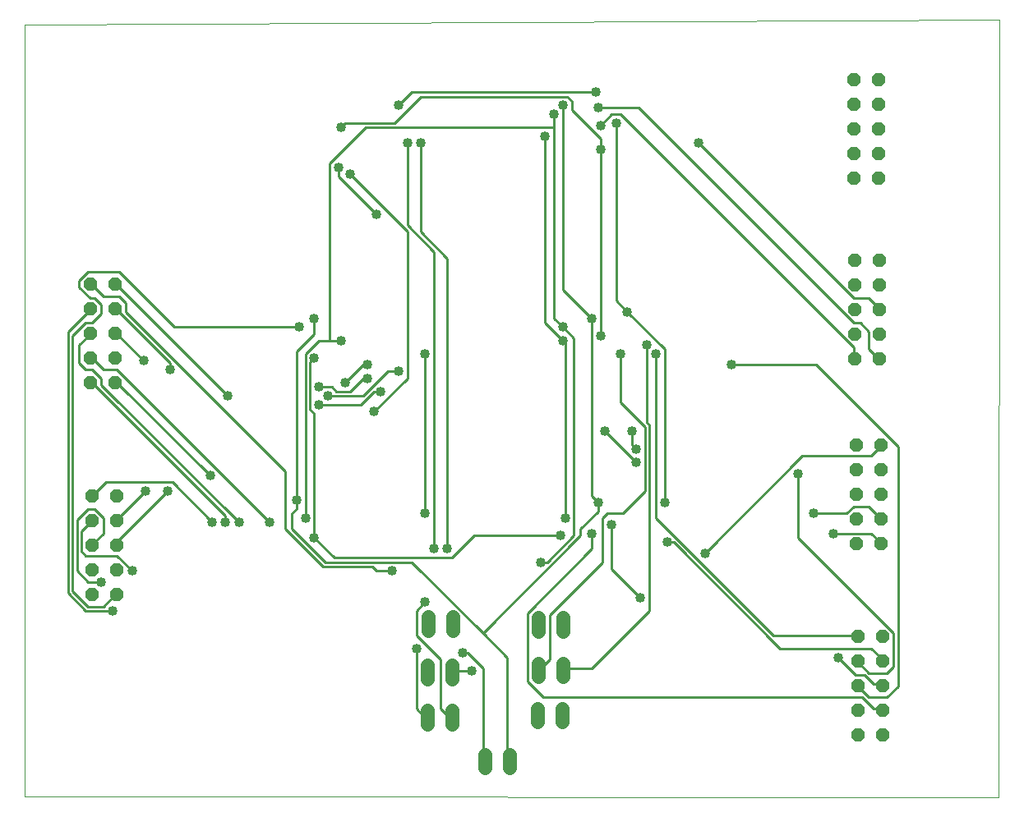
<source format=gbl>
G75*
%MOIN*%
%OFA0B0*%
%FSLAX25Y25*%
%IPPOS*%
%LPD*%
%AMOC8*
5,1,8,0,0,1.08239X$1,22.5*
%
%ADD10C,0.00000*%
%ADD11OC8,0.05600*%
%ADD12C,0.05600*%
%ADD13C,0.01000*%
%ADD14C,0.04000*%
D10*
X0001197Y0001315D02*
X0001000Y0314701D01*
X0396591Y0316827D01*
X0396157Y0001000D01*
X0001197Y0001315D01*
D11*
X0028362Y0083362D03*
X0038362Y0083362D03*
X0038362Y0093362D03*
X0028362Y0093362D03*
X0028362Y0103362D03*
X0038362Y0103362D03*
X0038362Y0113362D03*
X0028362Y0113362D03*
X0028362Y0123362D03*
X0038362Y0123362D03*
X0037811Y0169465D03*
X0037811Y0179465D03*
X0037811Y0189465D03*
X0037811Y0199465D03*
X0037811Y0209465D03*
X0027811Y0209465D03*
X0027811Y0199465D03*
X0027811Y0189465D03*
X0027811Y0179465D03*
X0027811Y0169465D03*
X0337850Y0179268D03*
X0337850Y0189268D03*
X0337850Y0199268D03*
X0337850Y0209268D03*
X0337850Y0219268D03*
X0347850Y0219268D03*
X0347850Y0209268D03*
X0347850Y0199268D03*
X0347850Y0189268D03*
X0347850Y0179268D03*
X0348323Y0144110D03*
X0338323Y0144110D03*
X0338323Y0134110D03*
X0348323Y0134110D03*
X0348323Y0124110D03*
X0338323Y0124110D03*
X0338323Y0114110D03*
X0348323Y0114110D03*
X0348323Y0104110D03*
X0338323Y0104110D03*
X0339031Y0066394D03*
X0349031Y0066394D03*
X0349031Y0056394D03*
X0339031Y0056394D03*
X0339031Y0046394D03*
X0349031Y0046394D03*
X0349031Y0036394D03*
X0339031Y0036394D03*
X0339031Y0026394D03*
X0349031Y0026394D03*
X0347299Y0252417D03*
X0337299Y0252417D03*
X0337299Y0262417D03*
X0347299Y0262417D03*
X0347299Y0272417D03*
X0337299Y0272417D03*
X0337299Y0282417D03*
X0347299Y0282417D03*
X0347299Y0292417D03*
X0337299Y0292417D03*
D12*
X0219465Y0074194D02*
X0219465Y0068594D01*
X0209465Y0068594D02*
X0209465Y0074194D01*
X0209583Y0055572D02*
X0209583Y0049972D01*
X0219583Y0049972D02*
X0219583Y0055572D01*
X0219189Y0037265D02*
X0219189Y0031665D01*
X0209189Y0031665D02*
X0209189Y0037265D01*
X0197693Y0018564D02*
X0197693Y0012964D01*
X0187693Y0012964D02*
X0187693Y0018564D01*
X0174307Y0030720D02*
X0174307Y0036320D01*
X0164307Y0036320D02*
X0164307Y0030720D01*
X0164465Y0049106D02*
X0164465Y0054706D01*
X0174465Y0054706D02*
X0174465Y0049106D01*
X0174622Y0068712D02*
X0174622Y0074312D01*
X0164622Y0074312D02*
X0164622Y0068712D01*
D13*
X0159991Y0066852D02*
X0169891Y0056952D01*
X0169891Y0037152D01*
X0173491Y0033552D01*
X0174307Y0033520D01*
X0164307Y0033520D02*
X0163591Y0033552D01*
X0159991Y0037152D01*
X0159991Y0061452D01*
X0159991Y0066852D02*
X0159991Y0076752D01*
X0163591Y0080352D01*
X0150091Y0092952D02*
X0143791Y0092952D01*
X0141991Y0094752D01*
X0122191Y0094752D01*
X0106891Y0110052D01*
X0106891Y0133452D01*
X0042091Y0198252D01*
X0042091Y0201852D01*
X0039391Y0204552D01*
X0033091Y0204552D01*
X0028591Y0209052D01*
X0027811Y0209465D01*
X0023191Y0208152D02*
X0023191Y0210852D01*
X0026791Y0214452D01*
X0039391Y0214452D01*
X0061891Y0191952D01*
X0112291Y0191952D01*
X0118591Y0189252D02*
X0111391Y0182052D01*
X0111391Y0121752D01*
X0111391Y0118152D01*
X0109591Y0116352D01*
X0109591Y0110052D01*
X0123091Y0096552D01*
X0158191Y0096552D01*
X0186991Y0067752D01*
X0226591Y0107352D01*
X0226591Y0110052D01*
X0233791Y0117252D01*
X0233791Y0120852D01*
X0231091Y0123552D01*
X0231091Y0195552D01*
X0219391Y0207252D01*
X0219391Y0281952D01*
X0221191Y0285552D02*
X0222991Y0283752D01*
X0222991Y0280152D01*
X0234691Y0268452D01*
X0234691Y0263952D01*
X0234691Y0188352D01*
X0242791Y0181152D02*
X0242791Y0161352D01*
X0252691Y0151452D01*
X0252691Y0125352D01*
X0243691Y0116352D01*
X0237391Y0116352D01*
X0235591Y0114552D01*
X0235591Y0096552D01*
X0213991Y0074952D01*
X0213991Y0056952D01*
X0210391Y0053352D01*
X0209583Y0052772D01*
X0204991Y0047952D02*
X0211291Y0041652D01*
X0340891Y0041652D01*
X0345391Y0037152D01*
X0348991Y0037152D01*
X0349031Y0036394D01*
X0350791Y0041652D02*
X0343591Y0041652D01*
X0339091Y0046152D01*
X0339031Y0046394D01*
X0338191Y0050652D02*
X0341791Y0050652D01*
X0345391Y0047052D01*
X0348991Y0047052D01*
X0349031Y0046394D01*
X0350791Y0041652D02*
X0355291Y0046152D01*
X0355291Y0143352D01*
X0321991Y0176652D01*
X0287791Y0176652D01*
X0260791Y0182952D02*
X0245491Y0198252D01*
X0240991Y0202752D01*
X0240991Y0274752D01*
X0242791Y0278352D02*
X0239191Y0278352D01*
X0234691Y0273852D01*
X0233791Y0281052D02*
X0249991Y0281052D01*
X0337291Y0193752D01*
X0339991Y0193752D01*
X0343591Y0190152D01*
X0343591Y0182952D01*
X0347191Y0179352D01*
X0347850Y0179268D01*
X0337850Y0179268D02*
X0337291Y0179352D01*
X0337291Y0183852D01*
X0242791Y0278352D01*
X0232891Y0287352D02*
X0158191Y0287352D01*
X0152791Y0281952D01*
X0150991Y0274752D02*
X0131191Y0274752D01*
X0129391Y0272952D01*
X0139291Y0272952D02*
X0215791Y0272952D01*
X0215791Y0278352D01*
X0215791Y0272952D02*
X0215791Y0195552D01*
X0219391Y0191952D01*
X0223891Y0187452D01*
X0223891Y0107352D01*
X0213091Y0096552D01*
X0210391Y0096552D01*
X0218491Y0107352D02*
X0183391Y0107352D01*
X0174391Y0098352D01*
X0126691Y0098352D01*
X0118591Y0106452D01*
X0118591Y0156852D01*
X0116791Y0158652D01*
X0116791Y0177552D01*
X0118591Y0179352D01*
X0114991Y0181152D02*
X0120391Y0186552D01*
X0124891Y0186552D01*
X0124891Y0258552D01*
X0139291Y0272952D01*
X0150991Y0274752D02*
X0161791Y0285552D01*
X0221191Y0285552D01*
X0212191Y0269352D02*
X0212191Y0193752D01*
X0219391Y0186552D01*
X0220291Y0185652D01*
X0220291Y0114552D01*
X0231091Y0108252D02*
X0231091Y0101952D01*
X0204991Y0075852D01*
X0204991Y0047952D01*
X0196891Y0057852D02*
X0196891Y0016452D01*
X0197693Y0015764D01*
X0187693Y0015764D02*
X0186991Y0016452D01*
X0186991Y0053352D01*
X0180691Y0059652D01*
X0178891Y0059652D01*
X0175291Y0052452D02*
X0182491Y0052452D01*
X0175291Y0052452D02*
X0174465Y0051906D01*
X0186991Y0067752D02*
X0196891Y0057852D01*
X0219583Y0052772D02*
X0220291Y0053352D01*
X0231091Y0053352D01*
X0254491Y0076752D01*
X0254491Y0152352D01*
X0253591Y0153252D01*
X0253591Y0184752D01*
X0257191Y0181152D02*
X0257191Y0114552D01*
X0304891Y0066852D01*
X0338191Y0066852D01*
X0339031Y0066394D01*
X0344491Y0061452D02*
X0348991Y0056952D01*
X0349031Y0056394D01*
X0353491Y0054252D02*
X0350791Y0051552D01*
X0343591Y0051552D01*
X0339091Y0056052D01*
X0339031Y0056394D01*
X0338191Y0050652D02*
X0330991Y0057852D01*
X0344491Y0061452D02*
X0307591Y0061452D01*
X0264391Y0104652D01*
X0261691Y0104652D01*
X0276991Y0100152D02*
X0316591Y0139752D01*
X0344491Y0139752D01*
X0348091Y0143352D01*
X0348323Y0144110D01*
X0343591Y0119052D02*
X0337291Y0119052D01*
X0334591Y0116352D01*
X0321091Y0116352D01*
X0329191Y0108252D02*
X0344491Y0108252D01*
X0348091Y0104652D01*
X0348323Y0104110D01*
X0348323Y0114110D02*
X0348091Y0114552D01*
X0343591Y0119052D01*
X0314791Y0106452D02*
X0353491Y0067752D01*
X0353491Y0054252D01*
X0314791Y0106452D02*
X0314791Y0132552D01*
X0260791Y0120852D02*
X0260791Y0182952D01*
X0247291Y0149652D02*
X0247291Y0144252D01*
X0249091Y0142452D01*
X0249091Y0137052D02*
X0236491Y0149652D01*
X0239191Y0111852D02*
X0239191Y0093852D01*
X0250891Y0082152D01*
X0172591Y0101952D02*
X0172591Y0219852D01*
X0161791Y0230652D01*
X0161791Y0266652D01*
X0156391Y0266652D02*
X0156391Y0233352D01*
X0167191Y0222552D01*
X0167191Y0101952D01*
X0163591Y0116352D02*
X0163591Y0181152D01*
X0156391Y0171252D02*
X0156391Y0230652D01*
X0132991Y0254052D01*
X0128491Y0253152D02*
X0128491Y0256752D01*
X0128491Y0253152D02*
X0143791Y0237852D01*
X0118591Y0195552D02*
X0118591Y0189252D01*
X0124891Y0186552D02*
X0129391Y0186552D01*
X0138391Y0176652D02*
X0131191Y0169452D01*
X0132991Y0165852D02*
X0127591Y0165852D01*
X0125791Y0167652D01*
X0120391Y0167652D01*
X0123991Y0164052D02*
X0138391Y0164052D01*
X0148291Y0173952D01*
X0152791Y0173952D01*
X0156391Y0171252D02*
X0142891Y0157752D01*
X0137491Y0160452D02*
X0120391Y0160452D01*
X0132991Y0165852D02*
X0138391Y0171252D01*
X0140191Y0171252D01*
X0142891Y0165852D02*
X0137491Y0160452D01*
X0142891Y0165852D02*
X0145591Y0165852D01*
X0140191Y0176652D02*
X0138391Y0176652D01*
X0114991Y0181152D02*
X0114991Y0114552D01*
X0100591Y0112752D02*
X0038491Y0174852D01*
X0033091Y0174852D01*
X0028591Y0179352D01*
X0027811Y0179465D01*
X0028591Y0174852D02*
X0025891Y0174852D01*
X0023191Y0177552D01*
X0023191Y0184752D01*
X0027691Y0189252D01*
X0027811Y0189465D01*
X0028591Y0193752D02*
X0025891Y0193752D01*
X0020491Y0188352D01*
X0020491Y0084852D01*
X0026791Y0078552D01*
X0033091Y0078552D01*
X0037591Y0083052D01*
X0038362Y0083362D01*
X0032191Y0088452D02*
X0026791Y0088452D01*
X0022291Y0092952D01*
X0022291Y0113652D01*
X0026791Y0118152D01*
X0029491Y0118152D01*
X0033091Y0114552D01*
X0033091Y0108252D01*
X0028591Y0103752D01*
X0028362Y0103362D01*
X0025891Y0099252D02*
X0024091Y0101052D01*
X0024091Y0109152D01*
X0027691Y0112752D01*
X0028362Y0113362D01*
X0038362Y0113362D02*
X0038491Y0113652D01*
X0050191Y0125352D01*
X0059191Y0125352D02*
X0037591Y0103752D01*
X0038362Y0103362D01*
X0038491Y0099252D02*
X0025891Y0099252D01*
X0038491Y0099252D02*
X0044791Y0092952D01*
X0036691Y0076752D02*
X0025891Y0076752D01*
X0018691Y0083952D01*
X0018691Y0190152D01*
X0027691Y0199152D01*
X0027811Y0199465D01*
X0027691Y0203652D02*
X0029491Y0203652D01*
X0032191Y0200952D01*
X0032191Y0197352D01*
X0028591Y0193752D01*
X0037811Y0189465D02*
X0038491Y0189252D01*
X0049291Y0178452D01*
X0060091Y0177552D02*
X0038491Y0199152D01*
X0037811Y0199465D01*
X0038491Y0209052D02*
X0037811Y0209465D01*
X0038491Y0209052D02*
X0083491Y0164052D01*
X0060091Y0174852D02*
X0060091Y0177552D01*
X0038491Y0169452D02*
X0037811Y0169465D01*
X0038491Y0169452D02*
X0076291Y0131652D01*
X0060991Y0128952D02*
X0033991Y0128952D01*
X0028591Y0123552D01*
X0028362Y0123362D01*
X0060991Y0128952D02*
X0077191Y0112752D01*
X0082591Y0112752D02*
X0082591Y0115452D01*
X0028591Y0169452D01*
X0027811Y0169465D01*
X0032191Y0168552D02*
X0032191Y0171252D01*
X0028591Y0174852D01*
X0032191Y0168552D02*
X0087991Y0112752D01*
X0027691Y0203652D02*
X0023191Y0208152D01*
X0274291Y0266652D02*
X0337291Y0203652D01*
X0343591Y0203652D01*
X0347191Y0200052D01*
X0347850Y0199268D01*
D14*
X0287791Y0176652D03*
X0257191Y0181152D03*
X0253591Y0184752D03*
X0242791Y0181152D03*
X0234691Y0188352D03*
X0231091Y0195552D03*
X0219391Y0191952D03*
X0219391Y0186552D03*
X0245491Y0198252D03*
X0247291Y0149652D03*
X0249091Y0142452D03*
X0249091Y0137052D03*
X0236491Y0149652D03*
X0233791Y0120852D03*
X0239191Y0111852D03*
X0231091Y0108252D03*
X0220291Y0114552D03*
X0218491Y0107352D03*
X0210391Y0096552D03*
X0172591Y0101952D03*
X0167191Y0101952D03*
X0163591Y0116352D03*
X0150091Y0092952D03*
X0163591Y0080352D03*
X0159991Y0061452D03*
X0178891Y0059652D03*
X0182491Y0052452D03*
X0118591Y0106452D03*
X0114991Y0114552D03*
X0111391Y0121752D03*
X0100591Y0112752D03*
X0087991Y0112752D03*
X0082591Y0112752D03*
X0077191Y0112752D03*
X0059191Y0125352D03*
X0050191Y0125352D03*
X0076291Y0131652D03*
X0083491Y0164052D03*
X0060091Y0174852D03*
X0049291Y0178452D03*
X0112291Y0191952D03*
X0118591Y0195552D03*
X0129391Y0186552D03*
X0118591Y0179352D03*
X0131191Y0169452D03*
X0123991Y0164052D03*
X0120391Y0167652D03*
X0120391Y0160452D03*
X0140191Y0171252D03*
X0145591Y0165852D03*
X0152791Y0173952D03*
X0140191Y0176652D03*
X0142891Y0157752D03*
X0163591Y0181152D03*
X0143791Y0237852D03*
X0132991Y0254052D03*
X0128491Y0256752D03*
X0129391Y0272952D03*
X0152791Y0281952D03*
X0156391Y0266652D03*
X0161791Y0266652D03*
X0212191Y0269352D03*
X0215791Y0278352D03*
X0219391Y0281952D03*
X0233791Y0281052D03*
X0232891Y0287352D03*
X0234691Y0273852D03*
X0240991Y0274752D03*
X0234691Y0263952D03*
X0274291Y0266652D03*
X0314791Y0132552D03*
X0321091Y0116352D03*
X0329191Y0108252D03*
X0276991Y0100152D03*
X0261691Y0104652D03*
X0260791Y0120852D03*
X0250891Y0082152D03*
X0330991Y0057852D03*
X0044791Y0092952D03*
X0032191Y0088452D03*
X0036691Y0076752D03*
M02*

</source>
